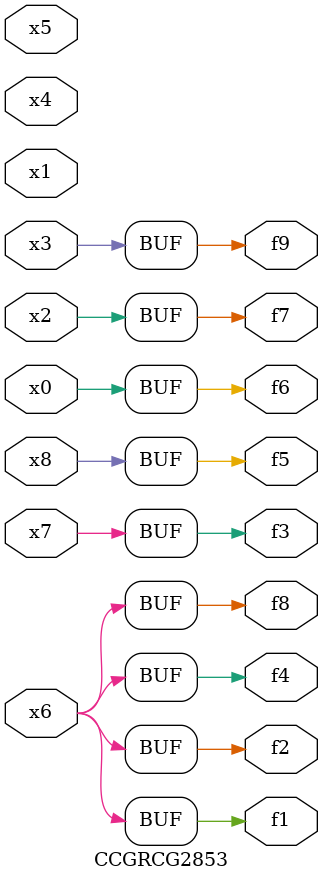
<source format=v>
module CCGRCG2853(
	input x0, x1, x2, x3, x4, x5, x6, x7, x8,
	output f1, f2, f3, f4, f5, f6, f7, f8, f9
);
	assign f1 = x6;
	assign f2 = x6;
	assign f3 = x7;
	assign f4 = x6;
	assign f5 = x8;
	assign f6 = x0;
	assign f7 = x2;
	assign f8 = x6;
	assign f9 = x3;
endmodule

</source>
